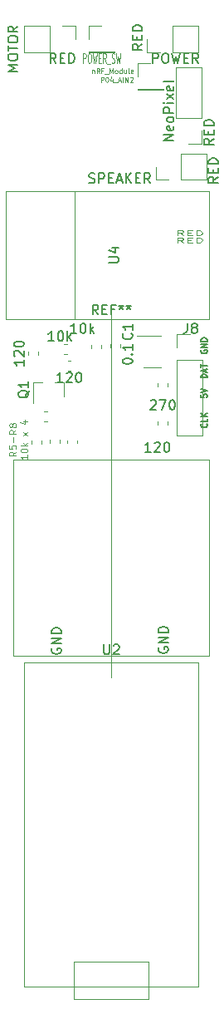
<source format=gbr>
G04 #@! TF.GenerationSoftware,KiCad,Pcbnew,5.1.2-f72e74a~84~ubuntu18.04.1*
G04 #@! TF.CreationDate,2019-08-30T12:47:12+08:00*
G04 #@! TF.ProjectId,handyfan,68616e64-7966-4616-9e2e-6b696361645f,rev?*
G04 #@! TF.SameCoordinates,Original*
G04 #@! TF.FileFunction,Legend,Top*
G04 #@! TF.FilePolarity,Positive*
%FSLAX46Y46*%
G04 Gerber Fmt 4.6, Leading zero omitted, Abs format (unit mm)*
G04 Created by KiCad (PCBNEW 5.1.2-f72e74a~84~ubuntu18.04.1) date 2019-08-30 12:47:12*
%MOMM*%
%LPD*%
G04 APERTURE LIST*
%ADD10C,0.150000*%
%ADD11C,0.125000*%
%ADD12C,0.100000*%
%ADD13C,0.120000*%
G04 APERTURE END LIST*
D10*
X93950000Y-125061904D02*
X93902380Y-125157142D01*
X93902380Y-125300000D01*
X93950000Y-125442857D01*
X94045238Y-125538095D01*
X94140476Y-125585714D01*
X94330952Y-125633333D01*
X94473809Y-125633333D01*
X94664285Y-125585714D01*
X94759523Y-125538095D01*
X94854761Y-125442857D01*
X94902380Y-125300000D01*
X94902380Y-125204761D01*
X94854761Y-125061904D01*
X94807142Y-125014285D01*
X94473809Y-125014285D01*
X94473809Y-125204761D01*
X94902380Y-124585714D02*
X93902380Y-124585714D01*
X94902380Y-124014285D01*
X93902380Y-124014285D01*
X94902380Y-123538095D02*
X93902380Y-123538095D01*
X93902380Y-123300000D01*
X93950000Y-123157142D01*
X94045238Y-123061904D01*
X94140476Y-123014285D01*
X94330952Y-122966666D01*
X94473809Y-122966666D01*
X94664285Y-123014285D01*
X94759523Y-123061904D01*
X94854761Y-123157142D01*
X94902380Y-123300000D01*
X94902380Y-123538095D01*
X104850000Y-124961904D02*
X104802380Y-125057142D01*
X104802380Y-125200000D01*
X104850000Y-125342857D01*
X104945238Y-125438095D01*
X105040476Y-125485714D01*
X105230952Y-125533333D01*
X105373809Y-125533333D01*
X105564285Y-125485714D01*
X105659523Y-125438095D01*
X105754761Y-125342857D01*
X105802380Y-125200000D01*
X105802380Y-125104761D01*
X105754761Y-124961904D01*
X105707142Y-124914285D01*
X105373809Y-124914285D01*
X105373809Y-125104761D01*
X105802380Y-124485714D02*
X104802380Y-124485714D01*
X105802380Y-123914285D01*
X104802380Y-123914285D01*
X105802380Y-123438095D02*
X104802380Y-123438095D01*
X104802380Y-123200000D01*
X104850000Y-123057142D01*
X104945238Y-122961904D01*
X105040476Y-122914285D01*
X105230952Y-122866666D01*
X105373809Y-122866666D01*
X105564285Y-122914285D01*
X105659523Y-122961904D01*
X105754761Y-123057142D01*
X105802380Y-123200000D01*
X105802380Y-123438095D01*
D11*
X98056845Y-66155357D02*
X98056845Y-66488690D01*
X98056845Y-66202976D02*
X98080654Y-66179166D01*
X98128273Y-66155357D01*
X98199702Y-66155357D01*
X98247321Y-66179166D01*
X98271130Y-66226785D01*
X98271130Y-66488690D01*
X98794940Y-66488690D02*
X98628273Y-66250595D01*
X98509226Y-66488690D02*
X98509226Y-65988690D01*
X98699702Y-65988690D01*
X98747321Y-66012500D01*
X98771130Y-66036309D01*
X98794940Y-66083928D01*
X98794940Y-66155357D01*
X98771130Y-66202976D01*
X98747321Y-66226785D01*
X98699702Y-66250595D01*
X98509226Y-66250595D01*
X99175892Y-66226785D02*
X99009226Y-66226785D01*
X99009226Y-66488690D02*
X99009226Y-65988690D01*
X99247321Y-65988690D01*
X99318750Y-66536309D02*
X99699702Y-66536309D01*
X99818750Y-66488690D02*
X99818750Y-65988690D01*
X99985416Y-66345833D01*
X100152083Y-65988690D01*
X100152083Y-66488690D01*
X100461607Y-66488690D02*
X100413988Y-66464880D01*
X100390178Y-66441071D01*
X100366369Y-66393452D01*
X100366369Y-66250595D01*
X100390178Y-66202976D01*
X100413988Y-66179166D01*
X100461607Y-66155357D01*
X100533035Y-66155357D01*
X100580654Y-66179166D01*
X100604464Y-66202976D01*
X100628273Y-66250595D01*
X100628273Y-66393452D01*
X100604464Y-66441071D01*
X100580654Y-66464880D01*
X100533035Y-66488690D01*
X100461607Y-66488690D01*
X101056845Y-66488690D02*
X101056845Y-65988690D01*
X101056845Y-66464880D02*
X101009226Y-66488690D01*
X100913988Y-66488690D01*
X100866369Y-66464880D01*
X100842559Y-66441071D01*
X100818750Y-66393452D01*
X100818750Y-66250595D01*
X100842559Y-66202976D01*
X100866369Y-66179166D01*
X100913988Y-66155357D01*
X101009226Y-66155357D01*
X101056845Y-66179166D01*
X101509226Y-66155357D02*
X101509226Y-66488690D01*
X101294940Y-66155357D02*
X101294940Y-66417261D01*
X101318750Y-66464880D01*
X101366369Y-66488690D01*
X101437797Y-66488690D01*
X101485416Y-66464880D01*
X101509226Y-66441071D01*
X101818750Y-66488690D02*
X101771130Y-66464880D01*
X101747321Y-66417261D01*
X101747321Y-65988690D01*
X102199702Y-66464880D02*
X102152083Y-66488690D01*
X102056845Y-66488690D01*
X102009226Y-66464880D01*
X101985416Y-66417261D01*
X101985416Y-66226785D01*
X102009226Y-66179166D01*
X102056845Y-66155357D01*
X102152083Y-66155357D01*
X102199702Y-66179166D01*
X102223511Y-66226785D01*
X102223511Y-66274404D01*
X101985416Y-66322023D01*
X98937797Y-67363690D02*
X98937797Y-66863690D01*
X99128273Y-66863690D01*
X99175892Y-66887500D01*
X99199702Y-66911309D01*
X99223511Y-66958928D01*
X99223511Y-67030357D01*
X99199702Y-67077976D01*
X99175892Y-67101785D01*
X99128273Y-67125595D01*
X98937797Y-67125595D01*
X99533035Y-66863690D02*
X99580654Y-66863690D01*
X99628273Y-66887500D01*
X99652083Y-66911309D01*
X99675892Y-66958928D01*
X99699702Y-67054166D01*
X99699702Y-67173214D01*
X99675892Y-67268452D01*
X99652083Y-67316071D01*
X99628273Y-67339880D01*
X99580654Y-67363690D01*
X99533035Y-67363690D01*
X99485416Y-67339880D01*
X99461607Y-67316071D01*
X99437797Y-67268452D01*
X99413988Y-67173214D01*
X99413988Y-67054166D01*
X99437797Y-66958928D01*
X99461607Y-66911309D01*
X99485416Y-66887500D01*
X99533035Y-66863690D01*
X100128273Y-67030357D02*
X100128273Y-67363690D01*
X100009226Y-66839880D02*
X99890178Y-67197023D01*
X100199702Y-67197023D01*
X100271130Y-67411309D02*
X100652083Y-67411309D01*
X100747321Y-67220833D02*
X100985416Y-67220833D01*
X100699702Y-67363690D02*
X100866369Y-66863690D01*
X101033035Y-67363690D01*
X101199702Y-67363690D02*
X101199702Y-66863690D01*
X101437797Y-67363690D02*
X101437797Y-66863690D01*
X101723511Y-67363690D01*
X101723511Y-66863690D01*
X101937797Y-66911309D02*
X101961607Y-66887500D01*
X102009226Y-66863690D01*
X102128273Y-66863690D01*
X102175892Y-66887500D01*
X102199702Y-66911309D01*
X102223511Y-66958928D01*
X102223511Y-67006547D01*
X102199702Y-67077976D01*
X101913988Y-67363690D01*
X102223511Y-67363690D01*
D10*
X110902380Y-77042857D02*
X110426190Y-77376190D01*
X110902380Y-77614285D02*
X109902380Y-77614285D01*
X109902380Y-77233333D01*
X109950000Y-77138095D01*
X109997619Y-77090476D01*
X110092857Y-77042857D01*
X110235714Y-77042857D01*
X110330952Y-77090476D01*
X110378571Y-77138095D01*
X110426190Y-77233333D01*
X110426190Y-77614285D01*
X110378571Y-76614285D02*
X110378571Y-76280952D01*
X110902380Y-76138095D02*
X110902380Y-76614285D01*
X109902380Y-76614285D01*
X109902380Y-76138095D01*
X110902380Y-75709523D02*
X109902380Y-75709523D01*
X109902380Y-75471428D01*
X109950000Y-75328571D01*
X110045238Y-75233333D01*
X110140476Y-75185714D01*
X110330952Y-75138095D01*
X110473809Y-75138095D01*
X110664285Y-75185714D01*
X110759523Y-75233333D01*
X110854761Y-75328571D01*
X110902380Y-75471428D01*
X110902380Y-75709523D01*
X110452380Y-73142857D02*
X109976190Y-73476190D01*
X110452380Y-73714285D02*
X109452380Y-73714285D01*
X109452380Y-73333333D01*
X109500000Y-73238095D01*
X109547619Y-73190476D01*
X109642857Y-73142857D01*
X109785714Y-73142857D01*
X109880952Y-73190476D01*
X109928571Y-73238095D01*
X109976190Y-73333333D01*
X109976190Y-73714285D01*
X109928571Y-72714285D02*
X109928571Y-72380952D01*
X110452380Y-72238095D02*
X110452380Y-72714285D01*
X109452380Y-72714285D01*
X109452380Y-72238095D01*
X110452380Y-71809523D02*
X109452380Y-71809523D01*
X109452380Y-71571428D01*
X109500000Y-71428571D01*
X109595238Y-71333333D01*
X109690476Y-71285714D01*
X109880952Y-71238095D01*
X110023809Y-71238095D01*
X110214285Y-71285714D01*
X110309523Y-71333333D01*
X110404761Y-71428571D01*
X110452380Y-71571428D01*
X110452380Y-71809523D01*
D12*
X90291666Y-105033333D02*
X89958333Y-105266666D01*
X90291666Y-105433333D02*
X89591666Y-105433333D01*
X89591666Y-105166666D01*
X89625000Y-105100000D01*
X89658333Y-105066666D01*
X89725000Y-105033333D01*
X89825000Y-105033333D01*
X89891666Y-105066666D01*
X89925000Y-105100000D01*
X89958333Y-105166666D01*
X89958333Y-105433333D01*
X89591666Y-104400000D02*
X89591666Y-104733333D01*
X89925000Y-104766666D01*
X89891666Y-104733333D01*
X89858333Y-104666666D01*
X89858333Y-104500000D01*
X89891666Y-104433333D01*
X89925000Y-104400000D01*
X89991666Y-104366666D01*
X90158333Y-104366666D01*
X90225000Y-104400000D01*
X90258333Y-104433333D01*
X90291666Y-104500000D01*
X90291666Y-104666666D01*
X90258333Y-104733333D01*
X90225000Y-104766666D01*
X90025000Y-104066666D02*
X90025000Y-103533333D01*
X90291666Y-102800000D02*
X89958333Y-103033333D01*
X90291666Y-103200000D02*
X89591666Y-103200000D01*
X89591666Y-102933333D01*
X89625000Y-102866666D01*
X89658333Y-102833333D01*
X89725000Y-102800000D01*
X89825000Y-102800000D01*
X89891666Y-102833333D01*
X89925000Y-102866666D01*
X89958333Y-102933333D01*
X89958333Y-103200000D01*
X89891666Y-102400000D02*
X89858333Y-102466666D01*
X89825000Y-102500000D01*
X89758333Y-102533333D01*
X89725000Y-102533333D01*
X89658333Y-102500000D01*
X89625000Y-102466666D01*
X89591666Y-102400000D01*
X89591666Y-102266666D01*
X89625000Y-102200000D01*
X89658333Y-102166666D01*
X89725000Y-102133333D01*
X89758333Y-102133333D01*
X89825000Y-102166666D01*
X89858333Y-102200000D01*
X89891666Y-102266666D01*
X89891666Y-102400000D01*
X89925000Y-102466666D01*
X89958333Y-102500000D01*
X90025000Y-102533333D01*
X90158333Y-102533333D01*
X90225000Y-102500000D01*
X90258333Y-102466666D01*
X90291666Y-102400000D01*
X90291666Y-102266666D01*
X90258333Y-102200000D01*
X90225000Y-102166666D01*
X90158333Y-102133333D01*
X90025000Y-102133333D01*
X89958333Y-102166666D01*
X89925000Y-102200000D01*
X89891666Y-102266666D01*
X91441666Y-105366666D02*
X91441666Y-105766666D01*
X91441666Y-105566666D02*
X90741666Y-105566666D01*
X90841666Y-105633333D01*
X90908333Y-105700000D01*
X90941666Y-105766666D01*
X90741666Y-104933333D02*
X90741666Y-104866666D01*
X90775000Y-104800000D01*
X90808333Y-104766666D01*
X90875000Y-104733333D01*
X91008333Y-104700000D01*
X91175000Y-104700000D01*
X91308333Y-104733333D01*
X91375000Y-104766666D01*
X91408333Y-104800000D01*
X91441666Y-104866666D01*
X91441666Y-104933333D01*
X91408333Y-105000000D01*
X91375000Y-105033333D01*
X91308333Y-105066666D01*
X91175000Y-105100000D01*
X91008333Y-105100000D01*
X90875000Y-105066666D01*
X90808333Y-105033333D01*
X90775000Y-105000000D01*
X90741666Y-104933333D01*
X91441666Y-104400000D02*
X90741666Y-104400000D01*
X91175000Y-104333333D02*
X91441666Y-104133333D01*
X90975000Y-104133333D02*
X91241666Y-104400000D01*
X91441666Y-103366666D02*
X90975000Y-103000000D01*
X90975000Y-103366666D02*
X91441666Y-103000000D01*
X90975000Y-101900000D02*
X91441666Y-101900000D01*
X90708333Y-102066666D02*
X91208333Y-102233333D01*
X91208333Y-101800000D01*
D10*
X109714285Y-102200000D02*
X109742857Y-102228571D01*
X109771428Y-102314285D01*
X109771428Y-102371428D01*
X109742857Y-102457142D01*
X109685714Y-102514285D01*
X109628571Y-102542857D01*
X109514285Y-102571428D01*
X109428571Y-102571428D01*
X109314285Y-102542857D01*
X109257142Y-102514285D01*
X109200000Y-102457142D01*
X109171428Y-102371428D01*
X109171428Y-102314285D01*
X109200000Y-102228571D01*
X109228571Y-102200000D01*
X109771428Y-101657142D02*
X109771428Y-101942857D01*
X109171428Y-101942857D01*
X109771428Y-101457142D02*
X109171428Y-101457142D01*
X109771428Y-101114285D02*
X109428571Y-101371428D01*
X109171428Y-101114285D02*
X109514285Y-101457142D01*
X109171428Y-99200000D02*
X109171428Y-99485714D01*
X109457142Y-99514285D01*
X109428571Y-99485714D01*
X109400000Y-99428571D01*
X109400000Y-99285714D01*
X109428571Y-99228571D01*
X109457142Y-99200000D01*
X109514285Y-99171428D01*
X109657142Y-99171428D01*
X109714285Y-99200000D01*
X109742857Y-99228571D01*
X109771428Y-99285714D01*
X109771428Y-99428571D01*
X109742857Y-99485714D01*
X109714285Y-99514285D01*
X109171428Y-99000000D02*
X109771428Y-98800000D01*
X109171428Y-98600000D01*
X109771428Y-97485714D02*
X109171428Y-97485714D01*
X109171428Y-97342857D01*
X109200000Y-97257142D01*
X109257142Y-97200000D01*
X109314285Y-97171428D01*
X109428571Y-97142857D01*
X109514285Y-97142857D01*
X109628571Y-97171428D01*
X109685714Y-97200000D01*
X109742857Y-97257142D01*
X109771428Y-97342857D01*
X109771428Y-97485714D01*
X109600000Y-96914285D02*
X109600000Y-96628571D01*
X109771428Y-96971428D02*
X109171428Y-96771428D01*
X109771428Y-96571428D01*
X109171428Y-96457142D02*
X109171428Y-96114285D01*
X109771428Y-96285714D02*
X109171428Y-96285714D01*
X109200000Y-94685714D02*
X109171428Y-94742857D01*
X109171428Y-94828571D01*
X109200000Y-94914285D01*
X109257142Y-94971428D01*
X109314285Y-95000000D01*
X109428571Y-95028571D01*
X109514285Y-95028571D01*
X109628571Y-95000000D01*
X109685714Y-94971428D01*
X109742857Y-94914285D01*
X109771428Y-94828571D01*
X109771428Y-94771428D01*
X109742857Y-94685714D01*
X109714285Y-94657142D01*
X109514285Y-94657142D01*
X109514285Y-94771428D01*
X109771428Y-94400000D02*
X109171428Y-94400000D01*
X109771428Y-94057142D01*
X109171428Y-94057142D01*
X109771428Y-93771428D02*
X109171428Y-93771428D01*
X109171428Y-93628571D01*
X109200000Y-93542857D01*
X109257142Y-93485714D01*
X109314285Y-93457142D01*
X109428571Y-93428571D01*
X109514285Y-93428571D01*
X109628571Y-93457142D01*
X109685714Y-93485714D01*
X109742857Y-93542857D01*
X109771428Y-93628571D01*
X109771428Y-93771428D01*
D11*
X107357142Y-83726190D02*
X107023809Y-83488095D01*
X106785714Y-83726190D02*
X106785714Y-83226190D01*
X107166666Y-83226190D01*
X107261904Y-83250000D01*
X107309523Y-83273809D01*
X107357142Y-83321428D01*
X107357142Y-83392857D01*
X107309523Y-83440476D01*
X107261904Y-83464285D01*
X107166666Y-83488095D01*
X106785714Y-83488095D01*
X107785714Y-83464285D02*
X108119047Y-83464285D01*
X108261904Y-83726190D02*
X107785714Y-83726190D01*
X107785714Y-83226190D01*
X108261904Y-83226190D01*
X108690476Y-83726190D02*
X108690476Y-83226190D01*
X108928571Y-83226190D01*
X109071428Y-83250000D01*
X109166666Y-83297619D01*
X109214285Y-83345238D01*
X109261904Y-83440476D01*
X109261904Y-83511904D01*
X109214285Y-83607142D01*
X109166666Y-83654761D01*
X109071428Y-83702380D01*
X108928571Y-83726190D01*
X108690476Y-83726190D01*
X107357142Y-82976190D02*
X107023809Y-82738095D01*
X106785714Y-82976190D02*
X106785714Y-82476190D01*
X107166666Y-82476190D01*
X107261904Y-82500000D01*
X107309523Y-82523809D01*
X107357142Y-82571428D01*
X107357142Y-82642857D01*
X107309523Y-82690476D01*
X107261904Y-82714285D01*
X107166666Y-82738095D01*
X106785714Y-82738095D01*
X107785714Y-82714285D02*
X108119047Y-82714285D01*
X108261904Y-82976190D02*
X107785714Y-82976190D01*
X107785714Y-82476190D01*
X108261904Y-82476190D01*
X108690476Y-82976190D02*
X108690476Y-82476190D01*
X108928571Y-82476190D01*
X109071428Y-82500000D01*
X109166666Y-82547619D01*
X109214285Y-82595238D01*
X109261904Y-82690476D01*
X109261904Y-82761904D01*
X109214285Y-82857142D01*
X109166666Y-82904761D01*
X109071428Y-82952380D01*
X108928571Y-82976190D01*
X108690476Y-82976190D01*
D10*
X103152380Y-63492857D02*
X102676190Y-63826190D01*
X103152380Y-64064285D02*
X102152380Y-64064285D01*
X102152380Y-63683333D01*
X102200000Y-63588095D01*
X102247619Y-63540476D01*
X102342857Y-63492857D01*
X102485714Y-63492857D01*
X102580952Y-63540476D01*
X102628571Y-63588095D01*
X102676190Y-63683333D01*
X102676190Y-64064285D01*
X102628571Y-63064285D02*
X102628571Y-62730952D01*
X103152380Y-62588095D02*
X103152380Y-63064285D01*
X102152380Y-63064285D01*
X102152380Y-62588095D01*
X103152380Y-62159523D02*
X102152380Y-62159523D01*
X102152380Y-61921428D01*
X102200000Y-61778571D01*
X102295238Y-61683333D01*
X102390476Y-61635714D01*
X102580952Y-61588095D01*
X102723809Y-61588095D01*
X102914285Y-61635714D01*
X103009523Y-61683333D01*
X103104761Y-61778571D01*
X103152380Y-61921428D01*
X103152380Y-62159523D01*
X94357142Y-65452380D02*
X94023809Y-64976190D01*
X93785714Y-65452380D02*
X93785714Y-64452380D01*
X94166666Y-64452380D01*
X94261904Y-64500000D01*
X94309523Y-64547619D01*
X94357142Y-64642857D01*
X94357142Y-64785714D01*
X94309523Y-64880952D01*
X94261904Y-64928571D01*
X94166666Y-64976190D01*
X93785714Y-64976190D01*
X94785714Y-64928571D02*
X95119047Y-64928571D01*
X95261904Y-65452380D02*
X94785714Y-65452380D01*
X94785714Y-64452380D01*
X95261904Y-64452380D01*
X95690476Y-65452380D02*
X95690476Y-64452380D01*
X95928571Y-64452380D01*
X96071428Y-64500000D01*
X96166666Y-64595238D01*
X96214285Y-64690476D01*
X96261904Y-64880952D01*
X96261904Y-65023809D01*
X96214285Y-65214285D01*
X96166666Y-65309523D01*
X96071428Y-65404761D01*
X95928571Y-65452380D01*
X95690476Y-65452380D01*
D13*
X100000000Y-90000000D02*
X100000000Y-128000000D01*
X91110000Y-159510000D02*
X91110000Y-126490000D01*
X91110000Y-126490000D02*
X108890000Y-126490000D01*
X108890000Y-126490000D02*
X108890000Y-159510000D01*
X108890000Y-159510000D02*
X91110000Y-159510000D01*
X103810000Y-160780000D02*
X103810000Y-156970000D01*
X103810000Y-156970000D02*
X96190000Y-156970000D01*
X96190000Y-156970000D02*
X96190000Y-160780000D01*
X96190000Y-160780000D02*
X103810000Y-160780000D01*
X97670000Y-64330000D02*
X100330000Y-64330000D01*
X97670000Y-64270000D02*
X97670000Y-64330000D01*
X100330000Y-64270000D02*
X100330000Y-64330000D01*
X97670000Y-64270000D02*
X100330000Y-64270000D01*
X97670000Y-63000000D02*
X97670000Y-61670000D01*
X97670000Y-61670000D02*
X99000000Y-61670000D01*
X108870000Y-64330000D02*
X108870000Y-61670000D01*
X106270000Y-64330000D02*
X108870000Y-64330000D01*
X106270000Y-61670000D02*
X108870000Y-61670000D01*
X106270000Y-64330000D02*
X106270000Y-61670000D01*
X105000000Y-64330000D02*
X103670000Y-64330000D01*
X103670000Y-64330000D02*
X103670000Y-63000000D01*
X91130000Y-61670000D02*
X91130000Y-64330000D01*
X93730000Y-61670000D02*
X91130000Y-61670000D01*
X93730000Y-64330000D02*
X91130000Y-64330000D01*
X93730000Y-61670000D02*
X93730000Y-64330000D01*
X95000000Y-61670000D02*
X96330000Y-61670000D01*
X96330000Y-61670000D02*
X96330000Y-63000000D01*
X104530000Y-77330000D02*
X104530000Y-76000000D01*
X105860000Y-77330000D02*
X104530000Y-77330000D01*
X107130000Y-77330000D02*
X107130000Y-74670000D01*
X107130000Y-74670000D02*
X109730000Y-74670000D01*
X107130000Y-77330000D02*
X109730000Y-77330000D01*
X109730000Y-77330000D02*
X109730000Y-74670000D01*
X109230000Y-65890000D02*
X106570000Y-65890000D01*
X109230000Y-71030000D02*
X109230000Y-65890000D01*
X106570000Y-71030000D02*
X106570000Y-65890000D01*
X109230000Y-71030000D02*
X106570000Y-71030000D01*
X109230000Y-72300000D02*
X109230000Y-73630000D01*
X109230000Y-73630000D02*
X107900000Y-73630000D01*
X90000000Y-115810000D02*
X90000000Y-105810000D01*
X90000000Y-105810000D02*
X110000000Y-105810000D01*
X110000000Y-105810000D02*
X110000000Y-125810000D01*
X110000000Y-125810000D02*
X90000000Y-125810000D01*
X90000000Y-125810000D02*
X90000000Y-115810000D01*
X95155000Y-97940000D02*
X94225000Y-97940000D01*
X91995000Y-97940000D02*
X92925000Y-97940000D01*
X91995000Y-97940000D02*
X91995000Y-100100000D01*
X95155000Y-97940000D02*
X95155000Y-99400000D01*
X99890000Y-94425279D02*
X99890000Y-94099721D01*
X100910000Y-94425279D02*
X100910000Y-94099721D01*
X106670000Y-93070000D02*
X108000000Y-93070000D01*
X106670000Y-94400000D02*
X106670000Y-93070000D01*
X106670000Y-95670000D02*
X109330000Y-95670000D01*
X109330000Y-95670000D02*
X109330000Y-103350000D01*
X106670000Y-95670000D02*
X106670000Y-103350000D01*
X106670000Y-103350000D02*
X109330000Y-103350000D01*
X102670000Y-68130000D02*
X105330000Y-68130000D01*
X102670000Y-68070000D02*
X102670000Y-68130000D01*
X105330000Y-68070000D02*
X105330000Y-68130000D01*
X102670000Y-68070000D02*
X105330000Y-68070000D01*
X102670000Y-66800000D02*
X102670000Y-65470000D01*
X102670000Y-65470000D02*
X104000000Y-65470000D01*
X104690000Y-102300279D02*
X104690000Y-101974721D01*
X105710000Y-102300279D02*
X105710000Y-101974721D01*
X105710000Y-98350279D02*
X105710000Y-98024721D01*
X104690000Y-98350279D02*
X104690000Y-98024721D01*
X103300000Y-96410000D02*
X105100000Y-96410000D01*
X105100000Y-93190000D02*
X102650000Y-93190000D01*
X89250000Y-91500000D02*
X109950000Y-91500000D01*
X109950000Y-91500000D02*
X109950000Y-78500000D01*
X109950000Y-78500000D02*
X89250000Y-78500000D01*
X89250000Y-91500000D02*
X89250000Y-78500000D01*
X96250000Y-91500000D02*
X96250000Y-78500000D01*
X92560000Y-94849721D02*
X92560000Y-95175279D01*
X91540000Y-94849721D02*
X91540000Y-95175279D01*
X98960000Y-94450279D02*
X98960000Y-94124721D01*
X97940000Y-94450279D02*
X97940000Y-94124721D01*
X95549721Y-96810000D02*
X95875279Y-96810000D01*
X95549721Y-95790000D02*
X95875279Y-95790000D01*
X95540000Y-104175279D02*
X95540000Y-103849721D01*
X96560000Y-104175279D02*
X96560000Y-103849721D01*
X93462779Y-101960000D02*
X93137221Y-101960000D01*
X93462779Y-100940000D02*
X93137221Y-100940000D01*
X91840000Y-104225279D02*
X91840000Y-103899721D01*
X92860000Y-104225279D02*
X92860000Y-103899721D01*
X94760000Y-104162779D02*
X94760000Y-103837221D01*
X93740000Y-104162779D02*
X93740000Y-103837221D01*
X95475279Y-94090000D02*
X95149721Y-94090000D01*
X95475279Y-95110000D02*
X95149721Y-95110000D01*
D10*
X99238095Y-124672380D02*
X99238095Y-125481904D01*
X99285714Y-125577142D01*
X99333333Y-125624761D01*
X99428571Y-125672380D01*
X99619047Y-125672380D01*
X99714285Y-125624761D01*
X99761904Y-125577142D01*
X99809523Y-125481904D01*
X99809523Y-124672380D01*
X100238095Y-124767619D02*
X100285714Y-124720000D01*
X100380952Y-124672380D01*
X100619047Y-124672380D01*
X100714285Y-124720000D01*
X100761904Y-124767619D01*
X100809523Y-124862857D01*
X100809523Y-124958095D01*
X100761904Y-125100952D01*
X100190476Y-125672380D01*
X100809523Y-125672380D01*
X98666666Y-91052380D02*
X98333333Y-90576190D01*
X98095238Y-91052380D02*
X98095238Y-90052380D01*
X98476190Y-90052380D01*
X98571428Y-90100000D01*
X98619047Y-90147619D01*
X98666666Y-90242857D01*
X98666666Y-90385714D01*
X98619047Y-90480952D01*
X98571428Y-90528571D01*
X98476190Y-90576190D01*
X98095238Y-90576190D01*
X99095238Y-90528571D02*
X99428571Y-90528571D01*
X99571428Y-91052380D02*
X99095238Y-91052380D01*
X99095238Y-90052380D01*
X99571428Y-90052380D01*
X100333333Y-90528571D02*
X100000000Y-90528571D01*
X100000000Y-91052380D02*
X100000000Y-90052380D01*
X100476190Y-90052380D01*
X101000000Y-90052380D02*
X101000000Y-90290476D01*
X100761904Y-90195238D02*
X101000000Y-90290476D01*
X101238095Y-90195238D01*
X100857142Y-90480952D02*
X101000000Y-90290476D01*
X101142857Y-90480952D01*
X101761904Y-90052380D02*
X101761904Y-90290476D01*
X101523809Y-90195238D02*
X101761904Y-90290476D01*
X102000000Y-90195238D01*
X101619047Y-90480952D02*
X101761904Y-90290476D01*
X101904761Y-90480952D01*
D11*
X97130952Y-65452380D02*
X97130952Y-64452380D01*
X97321428Y-64452380D01*
X97369047Y-64500000D01*
X97392857Y-64547619D01*
X97416666Y-64642857D01*
X97416666Y-64785714D01*
X97392857Y-64880952D01*
X97369047Y-64928571D01*
X97321428Y-64976190D01*
X97130952Y-64976190D01*
X97726190Y-64452380D02*
X97821428Y-64452380D01*
X97869047Y-64500000D01*
X97916666Y-64595238D01*
X97940476Y-64785714D01*
X97940476Y-65119047D01*
X97916666Y-65309523D01*
X97869047Y-65404761D01*
X97821428Y-65452380D01*
X97726190Y-65452380D01*
X97678571Y-65404761D01*
X97630952Y-65309523D01*
X97607142Y-65119047D01*
X97607142Y-64785714D01*
X97630952Y-64595238D01*
X97678571Y-64500000D01*
X97726190Y-64452380D01*
X98107142Y-64452380D02*
X98226190Y-65452380D01*
X98321428Y-64738095D01*
X98416666Y-65452380D01*
X98535714Y-64452380D01*
X98726190Y-64928571D02*
X98892857Y-64928571D01*
X98964285Y-65452380D02*
X98726190Y-65452380D01*
X98726190Y-64452380D01*
X98964285Y-64452380D01*
X99464285Y-65452380D02*
X99297619Y-64976190D01*
X99178571Y-65452380D02*
X99178571Y-64452380D01*
X99369047Y-64452380D01*
X99416666Y-64500000D01*
X99440476Y-64547619D01*
X99464285Y-64642857D01*
X99464285Y-64785714D01*
X99440476Y-64880952D01*
X99416666Y-64928571D01*
X99369047Y-64976190D01*
X99178571Y-64976190D01*
X99559523Y-65547619D02*
X99940476Y-65547619D01*
X100035714Y-65404761D02*
X100107142Y-65452380D01*
X100226190Y-65452380D01*
X100273809Y-65404761D01*
X100297619Y-65357142D01*
X100321428Y-65261904D01*
X100321428Y-65166666D01*
X100297619Y-65071428D01*
X100273809Y-65023809D01*
X100226190Y-64976190D01*
X100130952Y-64928571D01*
X100083333Y-64880952D01*
X100059523Y-64833333D01*
X100035714Y-64738095D01*
X100035714Y-64642857D01*
X100059523Y-64547619D01*
X100083333Y-64500000D01*
X100130952Y-64452380D01*
X100250000Y-64452380D01*
X100321428Y-64500000D01*
X100488095Y-64452380D02*
X100607142Y-65452380D01*
X100702380Y-64738095D01*
X100797619Y-65452380D01*
X100916666Y-64452380D01*
D10*
X104230476Y-65452380D02*
X104230476Y-64452380D01*
X104611428Y-64452380D01*
X104706666Y-64500000D01*
X104754285Y-64547619D01*
X104801904Y-64642857D01*
X104801904Y-64785714D01*
X104754285Y-64880952D01*
X104706666Y-64928571D01*
X104611428Y-64976190D01*
X104230476Y-64976190D01*
X105420952Y-64452380D02*
X105611428Y-64452380D01*
X105706666Y-64500000D01*
X105801904Y-64595238D01*
X105849523Y-64785714D01*
X105849523Y-65119047D01*
X105801904Y-65309523D01*
X105706666Y-65404761D01*
X105611428Y-65452380D01*
X105420952Y-65452380D01*
X105325714Y-65404761D01*
X105230476Y-65309523D01*
X105182857Y-65119047D01*
X105182857Y-64785714D01*
X105230476Y-64595238D01*
X105325714Y-64500000D01*
X105420952Y-64452380D01*
X106182857Y-64452380D02*
X106420952Y-65452380D01*
X106611428Y-64738095D01*
X106801904Y-65452380D01*
X107040000Y-64452380D01*
X107420952Y-64928571D02*
X107754285Y-64928571D01*
X107897142Y-65452380D02*
X107420952Y-65452380D01*
X107420952Y-64452380D01*
X107897142Y-64452380D01*
X108897142Y-65452380D02*
X108563809Y-64976190D01*
X108325714Y-65452380D02*
X108325714Y-64452380D01*
X108706666Y-64452380D01*
X108801904Y-64500000D01*
X108849523Y-64547619D01*
X108897142Y-64642857D01*
X108897142Y-64785714D01*
X108849523Y-64880952D01*
X108801904Y-64928571D01*
X108706666Y-64976190D01*
X108325714Y-64976190D01*
X90452380Y-66261904D02*
X89452380Y-66261904D01*
X90166666Y-65928571D01*
X89452380Y-65595238D01*
X90452380Y-65595238D01*
X89452380Y-64928571D02*
X89452380Y-64738095D01*
X89500000Y-64642857D01*
X89595238Y-64547619D01*
X89785714Y-64500000D01*
X90119047Y-64500000D01*
X90309523Y-64547619D01*
X90404761Y-64642857D01*
X90452380Y-64738095D01*
X90452380Y-64928571D01*
X90404761Y-65023809D01*
X90309523Y-65119047D01*
X90119047Y-65166666D01*
X89785714Y-65166666D01*
X89595238Y-65119047D01*
X89500000Y-65023809D01*
X89452380Y-64928571D01*
X89452380Y-64214285D02*
X89452380Y-63642857D01*
X90452380Y-63928571D02*
X89452380Y-63928571D01*
X89452380Y-63119047D02*
X89452380Y-62928571D01*
X89500000Y-62833333D01*
X89595238Y-62738095D01*
X89785714Y-62690476D01*
X90119047Y-62690476D01*
X90309523Y-62738095D01*
X90404761Y-62833333D01*
X90452380Y-62928571D01*
X90452380Y-63119047D01*
X90404761Y-63214285D01*
X90309523Y-63309523D01*
X90119047Y-63357142D01*
X89785714Y-63357142D01*
X89595238Y-63309523D01*
X89500000Y-63214285D01*
X89452380Y-63119047D01*
X90452380Y-61690476D02*
X89976190Y-62023809D01*
X90452380Y-62261904D02*
X89452380Y-62261904D01*
X89452380Y-61880952D01*
X89500000Y-61785714D01*
X89547619Y-61738095D01*
X89642857Y-61690476D01*
X89785714Y-61690476D01*
X89880952Y-61738095D01*
X89928571Y-61785714D01*
X89976190Y-61880952D01*
X89976190Y-62261904D01*
X97730952Y-77604761D02*
X97873809Y-77652380D01*
X98111904Y-77652380D01*
X98207142Y-77604761D01*
X98254761Y-77557142D01*
X98302380Y-77461904D01*
X98302380Y-77366666D01*
X98254761Y-77271428D01*
X98207142Y-77223809D01*
X98111904Y-77176190D01*
X97921428Y-77128571D01*
X97826190Y-77080952D01*
X97778571Y-77033333D01*
X97730952Y-76938095D01*
X97730952Y-76842857D01*
X97778571Y-76747619D01*
X97826190Y-76700000D01*
X97921428Y-76652380D01*
X98159523Y-76652380D01*
X98302380Y-76700000D01*
X98730952Y-77652380D02*
X98730952Y-76652380D01*
X99111904Y-76652380D01*
X99207142Y-76700000D01*
X99254761Y-76747619D01*
X99302380Y-76842857D01*
X99302380Y-76985714D01*
X99254761Y-77080952D01*
X99207142Y-77128571D01*
X99111904Y-77176190D01*
X98730952Y-77176190D01*
X99730952Y-77128571D02*
X100064285Y-77128571D01*
X100207142Y-77652380D02*
X99730952Y-77652380D01*
X99730952Y-76652380D01*
X100207142Y-76652380D01*
X100588095Y-77366666D02*
X101064285Y-77366666D01*
X100492857Y-77652380D02*
X100826190Y-76652380D01*
X101159523Y-77652380D01*
X101492857Y-77652380D02*
X101492857Y-76652380D01*
X102064285Y-77652380D02*
X101635714Y-77080952D01*
X102064285Y-76652380D02*
X101492857Y-77223809D01*
X102492857Y-77128571D02*
X102826190Y-77128571D01*
X102969047Y-77652380D02*
X102492857Y-77652380D01*
X102492857Y-76652380D01*
X102969047Y-76652380D01*
X103969047Y-77652380D02*
X103635714Y-77176190D01*
X103397619Y-77652380D02*
X103397619Y-76652380D01*
X103778571Y-76652380D01*
X103873809Y-76700000D01*
X103921428Y-76747619D01*
X103969047Y-76842857D01*
X103969047Y-76985714D01*
X103921428Y-77080952D01*
X103873809Y-77128571D01*
X103778571Y-77176190D01*
X103397619Y-77176190D01*
X106352380Y-73300000D02*
X105352380Y-73300000D01*
X106352380Y-72728571D01*
X105352380Y-72728571D01*
X106304761Y-71871428D02*
X106352380Y-71966666D01*
X106352380Y-72157142D01*
X106304761Y-72252380D01*
X106209523Y-72300000D01*
X105828571Y-72300000D01*
X105733333Y-72252380D01*
X105685714Y-72157142D01*
X105685714Y-71966666D01*
X105733333Y-71871428D01*
X105828571Y-71823809D01*
X105923809Y-71823809D01*
X106019047Y-72300000D01*
X106352380Y-71252380D02*
X106304761Y-71347619D01*
X106257142Y-71395238D01*
X106161904Y-71442857D01*
X105876190Y-71442857D01*
X105780952Y-71395238D01*
X105733333Y-71347619D01*
X105685714Y-71252380D01*
X105685714Y-71109523D01*
X105733333Y-71014285D01*
X105780952Y-70966666D01*
X105876190Y-70919047D01*
X106161904Y-70919047D01*
X106257142Y-70966666D01*
X106304761Y-71014285D01*
X106352380Y-71109523D01*
X106352380Y-71252380D01*
X106352380Y-70490476D02*
X105352380Y-70490476D01*
X105352380Y-70109523D01*
X105400000Y-70014285D01*
X105447619Y-69966666D01*
X105542857Y-69919047D01*
X105685714Y-69919047D01*
X105780952Y-69966666D01*
X105828571Y-70014285D01*
X105876190Y-70109523D01*
X105876190Y-70490476D01*
X106352380Y-69490476D02*
X105685714Y-69490476D01*
X105352380Y-69490476D02*
X105400000Y-69538095D01*
X105447619Y-69490476D01*
X105400000Y-69442857D01*
X105352380Y-69490476D01*
X105447619Y-69490476D01*
X106352380Y-69109523D02*
X105685714Y-68585714D01*
X105685714Y-69109523D02*
X106352380Y-68585714D01*
X106304761Y-67823809D02*
X106352380Y-67919047D01*
X106352380Y-68109523D01*
X106304761Y-68204761D01*
X106209523Y-68252380D01*
X105828571Y-68252380D01*
X105733333Y-68204761D01*
X105685714Y-68109523D01*
X105685714Y-67919047D01*
X105733333Y-67823809D01*
X105828571Y-67776190D01*
X105923809Y-67776190D01*
X106019047Y-68252380D01*
X106352380Y-67204761D02*
X106304761Y-67300000D01*
X106209523Y-67347619D01*
X105352380Y-67347619D01*
X91622619Y-98795238D02*
X91575000Y-98890476D01*
X91479761Y-98985714D01*
X91336904Y-99128571D01*
X91289285Y-99223809D01*
X91289285Y-99319047D01*
X91527380Y-99271428D02*
X91479761Y-99366666D01*
X91384523Y-99461904D01*
X91194047Y-99509523D01*
X90860714Y-99509523D01*
X90670238Y-99461904D01*
X90575000Y-99366666D01*
X90527380Y-99271428D01*
X90527380Y-99080952D01*
X90575000Y-98985714D01*
X90670238Y-98890476D01*
X90860714Y-98842857D01*
X91194047Y-98842857D01*
X91384523Y-98890476D01*
X91479761Y-98985714D01*
X91527380Y-99080952D01*
X91527380Y-99271428D01*
X91527380Y-97890476D02*
X91527380Y-98461904D01*
X91527380Y-98176190D02*
X90527380Y-98176190D01*
X90670238Y-98271428D01*
X90765476Y-98366666D01*
X90813095Y-98461904D01*
X102057142Y-92966666D02*
X102104761Y-93014285D01*
X102152380Y-93157142D01*
X102152380Y-93252380D01*
X102104761Y-93395238D01*
X102009523Y-93490476D01*
X101914285Y-93538095D01*
X101723809Y-93585714D01*
X101580952Y-93585714D01*
X101390476Y-93538095D01*
X101295238Y-93490476D01*
X101200000Y-93395238D01*
X101152380Y-93252380D01*
X101152380Y-93157142D01*
X101200000Y-93014285D01*
X101247619Y-92966666D01*
X102152380Y-92014285D02*
X102152380Y-92585714D01*
X102152380Y-92300000D02*
X101152380Y-92300000D01*
X101295238Y-92395238D01*
X101390476Y-92490476D01*
X101438095Y-92585714D01*
X101152380Y-95861904D02*
X101152380Y-95766666D01*
X101200000Y-95671428D01*
X101247619Y-95623809D01*
X101342857Y-95576190D01*
X101533333Y-95528571D01*
X101771428Y-95528571D01*
X101961904Y-95576190D01*
X102057142Y-95623809D01*
X102104761Y-95671428D01*
X102152380Y-95766666D01*
X102152380Y-95861904D01*
X102104761Y-95957142D01*
X102057142Y-96004761D01*
X101961904Y-96052380D01*
X101771428Y-96100000D01*
X101533333Y-96100000D01*
X101342857Y-96052380D01*
X101247619Y-96004761D01*
X101200000Y-95957142D01*
X101152380Y-95861904D01*
X102057142Y-95100000D02*
X102104761Y-95052380D01*
X102152380Y-95100000D01*
X102104761Y-95147619D01*
X102057142Y-95100000D01*
X102152380Y-95100000D01*
X102152380Y-94100000D02*
X102152380Y-94671428D01*
X102152380Y-94385714D02*
X101152380Y-94385714D01*
X101295238Y-94480952D01*
X101390476Y-94576190D01*
X101438095Y-94671428D01*
X107766666Y-91952380D02*
X107766666Y-92666666D01*
X107719047Y-92809523D01*
X107623809Y-92904761D01*
X107480952Y-92952380D01*
X107385714Y-92952380D01*
X108385714Y-92380952D02*
X108290476Y-92333333D01*
X108242857Y-92285714D01*
X108195238Y-92190476D01*
X108195238Y-92142857D01*
X108242857Y-92047619D01*
X108290476Y-92000000D01*
X108385714Y-91952380D01*
X108576190Y-91952380D01*
X108671428Y-92000000D01*
X108719047Y-92047619D01*
X108766666Y-92142857D01*
X108766666Y-92190476D01*
X108719047Y-92285714D01*
X108671428Y-92333333D01*
X108576190Y-92380952D01*
X108385714Y-92380952D01*
X108290476Y-92428571D01*
X108242857Y-92476190D01*
X108195238Y-92571428D01*
X108195238Y-92761904D01*
X108242857Y-92857142D01*
X108290476Y-92904761D01*
X108385714Y-92952380D01*
X108576190Y-92952380D01*
X108671428Y-92904761D01*
X108719047Y-92857142D01*
X108766666Y-92761904D01*
X108766666Y-92571428D01*
X108719047Y-92476190D01*
X108671428Y-92428571D01*
X108576190Y-92380952D01*
X104033333Y-105052380D02*
X103461904Y-105052380D01*
X103747619Y-105052380D02*
X103747619Y-104052380D01*
X103652380Y-104195238D01*
X103557142Y-104290476D01*
X103461904Y-104338095D01*
X104414285Y-104147619D02*
X104461904Y-104100000D01*
X104557142Y-104052380D01*
X104795238Y-104052380D01*
X104890476Y-104100000D01*
X104938095Y-104147619D01*
X104985714Y-104242857D01*
X104985714Y-104338095D01*
X104938095Y-104480952D01*
X104366666Y-105052380D01*
X104985714Y-105052380D01*
X105604761Y-104052380D02*
X105700000Y-104052380D01*
X105795238Y-104100000D01*
X105842857Y-104147619D01*
X105890476Y-104242857D01*
X105938095Y-104433333D01*
X105938095Y-104671428D01*
X105890476Y-104861904D01*
X105842857Y-104957142D01*
X105795238Y-105004761D01*
X105700000Y-105052380D01*
X105604761Y-105052380D01*
X105509523Y-105004761D01*
X105461904Y-104957142D01*
X105414285Y-104861904D01*
X105366666Y-104671428D01*
X105366666Y-104433333D01*
X105414285Y-104242857D01*
X105461904Y-104147619D01*
X105509523Y-104100000D01*
X105604761Y-104052380D01*
X104011904Y-99847619D02*
X104059523Y-99800000D01*
X104154761Y-99752380D01*
X104392857Y-99752380D01*
X104488095Y-99800000D01*
X104535714Y-99847619D01*
X104583333Y-99942857D01*
X104583333Y-100038095D01*
X104535714Y-100180952D01*
X103964285Y-100752380D01*
X104583333Y-100752380D01*
X104916666Y-99752380D02*
X105583333Y-99752380D01*
X105154761Y-100752380D01*
X106154761Y-99752380D02*
X106250000Y-99752380D01*
X106345238Y-99800000D01*
X106392857Y-99847619D01*
X106440476Y-99942857D01*
X106488095Y-100133333D01*
X106488095Y-100371428D01*
X106440476Y-100561904D01*
X106392857Y-100657142D01*
X106345238Y-100704761D01*
X106250000Y-100752380D01*
X106154761Y-100752380D01*
X106059523Y-100704761D01*
X106011904Y-100657142D01*
X105964285Y-100561904D01*
X105916666Y-100371428D01*
X105916666Y-100133333D01*
X105964285Y-99942857D01*
X106011904Y-99847619D01*
X106059523Y-99800000D01*
X106154761Y-99752380D01*
X99742380Y-85761904D02*
X100551904Y-85761904D01*
X100647142Y-85714285D01*
X100694761Y-85666666D01*
X100742380Y-85571428D01*
X100742380Y-85380952D01*
X100694761Y-85285714D01*
X100647142Y-85238095D01*
X100551904Y-85190476D01*
X99742380Y-85190476D01*
X100075714Y-84285714D02*
X100742380Y-84285714D01*
X99694761Y-84523809D02*
X100409047Y-84761904D01*
X100409047Y-84142857D01*
X91072380Y-95679166D02*
X91072380Y-96250595D01*
X91072380Y-95964880D02*
X90072380Y-95964880D01*
X90215238Y-96060119D01*
X90310476Y-96155357D01*
X90358095Y-96250595D01*
X90167619Y-95298214D02*
X90120000Y-95250595D01*
X90072380Y-95155357D01*
X90072380Y-94917261D01*
X90120000Y-94822023D01*
X90167619Y-94774404D01*
X90262857Y-94726785D01*
X90358095Y-94726785D01*
X90500952Y-94774404D01*
X91072380Y-95345833D01*
X91072380Y-94726785D01*
X90072380Y-94107738D02*
X90072380Y-94012500D01*
X90120000Y-93917261D01*
X90167619Y-93869642D01*
X90262857Y-93822023D01*
X90453333Y-93774404D01*
X90691428Y-93774404D01*
X90881904Y-93822023D01*
X90977142Y-93869642D01*
X91024761Y-93917261D01*
X91072380Y-94012500D01*
X91072380Y-94107738D01*
X91024761Y-94202976D01*
X90977142Y-94250595D01*
X90881904Y-94298214D01*
X90691428Y-94345833D01*
X90453333Y-94345833D01*
X90262857Y-94298214D01*
X90167619Y-94250595D01*
X90120000Y-94202976D01*
X90072380Y-94107738D01*
X96454761Y-92952380D02*
X95883333Y-92952380D01*
X96169047Y-92952380D02*
X96169047Y-91952380D01*
X96073809Y-92095238D01*
X95978571Y-92190476D01*
X95883333Y-92238095D01*
X97073809Y-91952380D02*
X97169047Y-91952380D01*
X97264285Y-92000000D01*
X97311904Y-92047619D01*
X97359523Y-92142857D01*
X97407142Y-92333333D01*
X97407142Y-92571428D01*
X97359523Y-92761904D01*
X97311904Y-92857142D01*
X97264285Y-92904761D01*
X97169047Y-92952380D01*
X97073809Y-92952380D01*
X96978571Y-92904761D01*
X96930952Y-92857142D01*
X96883333Y-92761904D01*
X96835714Y-92571428D01*
X96835714Y-92333333D01*
X96883333Y-92142857D01*
X96930952Y-92047619D01*
X96978571Y-92000000D01*
X97073809Y-91952380D01*
X97835714Y-92952380D02*
X97835714Y-91952380D01*
X97930952Y-92571428D02*
X98216666Y-92952380D01*
X98216666Y-92285714D02*
X97835714Y-92666666D01*
X95045833Y-97952380D02*
X94474404Y-97952380D01*
X94760119Y-97952380D02*
X94760119Y-96952380D01*
X94664880Y-97095238D01*
X94569642Y-97190476D01*
X94474404Y-97238095D01*
X95426785Y-97047619D02*
X95474404Y-97000000D01*
X95569642Y-96952380D01*
X95807738Y-96952380D01*
X95902976Y-97000000D01*
X95950595Y-97047619D01*
X95998214Y-97142857D01*
X95998214Y-97238095D01*
X95950595Y-97380952D01*
X95379166Y-97952380D01*
X95998214Y-97952380D01*
X96617261Y-96952380D02*
X96712500Y-96952380D01*
X96807738Y-97000000D01*
X96855357Y-97047619D01*
X96902976Y-97142857D01*
X96950595Y-97333333D01*
X96950595Y-97571428D01*
X96902976Y-97761904D01*
X96855357Y-97857142D01*
X96807738Y-97904761D01*
X96712500Y-97952380D01*
X96617261Y-97952380D01*
X96522023Y-97904761D01*
X96474404Y-97857142D01*
X96426785Y-97761904D01*
X96379166Y-97571428D01*
X96379166Y-97333333D01*
X96426785Y-97142857D01*
X96474404Y-97047619D01*
X96522023Y-97000000D01*
X96617261Y-96952380D01*
X94154761Y-93752380D02*
X93583333Y-93752380D01*
X93869047Y-93752380D02*
X93869047Y-92752380D01*
X93773809Y-92895238D01*
X93678571Y-92990476D01*
X93583333Y-93038095D01*
X94773809Y-92752380D02*
X94869047Y-92752380D01*
X94964285Y-92800000D01*
X95011904Y-92847619D01*
X95059523Y-92942857D01*
X95107142Y-93133333D01*
X95107142Y-93371428D01*
X95059523Y-93561904D01*
X95011904Y-93657142D01*
X94964285Y-93704761D01*
X94869047Y-93752380D01*
X94773809Y-93752380D01*
X94678571Y-93704761D01*
X94630952Y-93657142D01*
X94583333Y-93561904D01*
X94535714Y-93371428D01*
X94535714Y-93133333D01*
X94583333Y-92942857D01*
X94630952Y-92847619D01*
X94678571Y-92800000D01*
X94773809Y-92752380D01*
X95535714Y-93752380D02*
X95535714Y-92752380D01*
X95630952Y-93371428D02*
X95916666Y-93752380D01*
X95916666Y-93085714D02*
X95535714Y-93466666D01*
M02*

</source>
